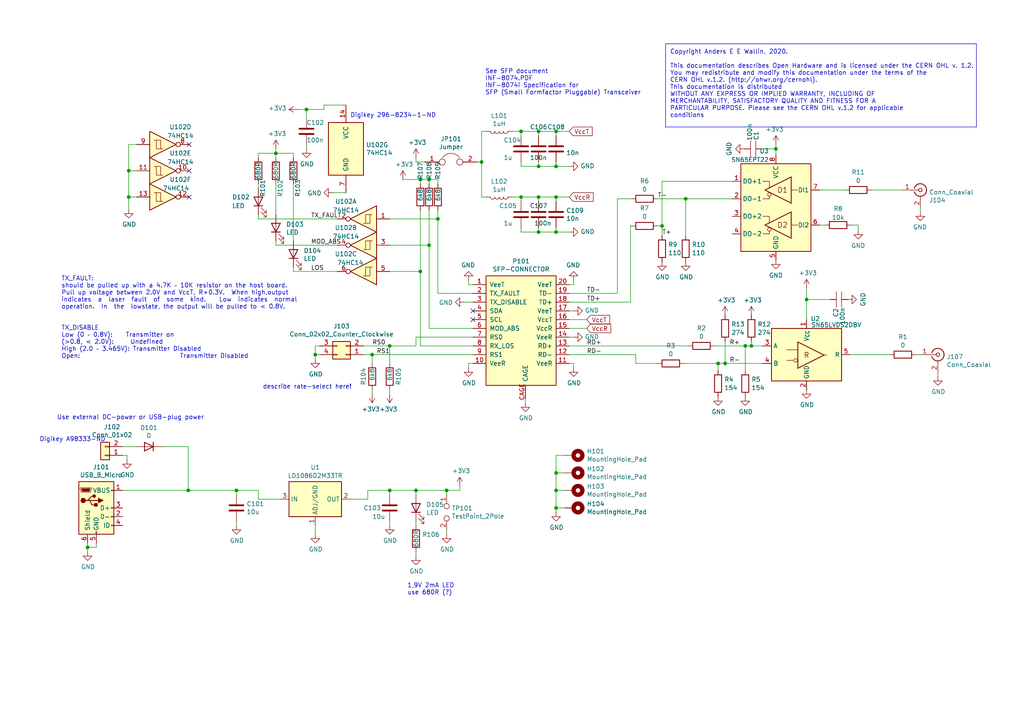
<source format=kicad_sch>
(kicad_sch (version 20231120) (generator "eeschema") (generator_version "8.0")
  (paper "A4")
  (title_block (title "SFP Breakout Board") (rev "2018.11") (company "Anders.e.e.Wallin \"at\" gmail.com") (comment 1 "1st PCB-run 2018-11-25"))
  (lib_symbols
    (symbol "74xx:74HC14" (pin_names (offset 1.016))
      (property "Reference" "U" (at 0 1.27 0))
      (property "Value" "74HC14" (at 0 -1.27 0))
      (symbol "74HC14_1_0"
        (pin input line (at -7.62 0 0) (length 3.81) (name "~") (number "1"))
        (pin output inverted (at 7.62 0 180) (length 3.81) (name "~") (number "2"))
      )
      (symbol "74HC14_2_0"
        (pin input line (at -7.62 0 0) (length 3.81) (name "~") (number "3"))
        (pin output inverted (at 7.62 0 180) (length 3.81) (name "~") (number "4"))
      )
      (symbol "74HC14_3_0"
        (pin input line (at -7.62 0 0) (length 3.81) (name "~") (number "5"))
        (pin output inverted (at 7.62 0 180) (length 3.81) (name "~") (number "6"))
      )
      (symbol "74HC14_4_0"
        (pin output inverted (at 7.62 0 180) (length 3.81) (name "~") (number "8"))
        (pin input line (at -7.62 0 0) (length 3.81) (name "~") (number "9"))
      )
      (symbol "74HC14_5_0"
        (pin output inverted (at 7.62 0 180) (length 3.81) (name "~") (number "10"))
        (pin input line (at -7.62 0 0) (length 3.81) (name "~") (number "11"))
      )
      (symbol "74HC14_6_0"
        (pin output inverted (at 7.62 0 180) (length 3.81) (name "~") (number "12"))
        (pin input line (at -7.62 0 0) (length 3.81) (name "~") (number "13"))
      )
      (symbol "74HC14_7_0"
        (pin power_in line (at 0 12.7 270) (length 5.08) (name "VCC") (number "14"))
        (pin power_in line (at 0 -12.7 90) (length 5.08) (name "GND") (number "7"))
      )
    )
    (symbol "Connector:Conn_Coaxial" (pin_names (offset 1.016) hide)
      (property "Reference" "J" (at 0.254 3.048 0))
      (property "Value" "Conn_Coaxial" (at 2.921 0 90))
      (symbol "Conn_Coaxial_1_1"
        (pin passive line (at -5.08 0 0) (length 2.54) (name "In") (number "1"))
        (pin passive line (at 0 -5.08 90) (length 2.54) (name "Ext") (number "2"))
      )
    )
    (symbol "Connector:TestPoint_2Pole" (pin_names (offset 0.762) hide)
      (property "Reference" "TP" (at 0 1.524 0))
      (property "Value" "TestPoint_2Pole" (at 0 -1.778 0))
      (symbol "TestPoint_2Pole_0_1"
        (pin passive line (at -5.08 0 0) (length 2.54) (name "1") (number "1"))
        (pin passive line (at 5.08 0 180) (length 2.54) (name "2") (number "2"))
      )
    )
    (symbol "Connector_Generic:Conn_01x02" (pin_names (offset 1.016) hide)
      (property "Reference" "J" (at 0 2.54 0))
      (property "Value" "Conn_01x02" (at 0 -5.08 0))
      (symbol "Conn_01x02_1_1"
        (pin passive line (at -5.08 0 0) (length 3.81) (name "Pin_1") (number "1"))
        (pin passive line (at -5.08 -2.54 0) (length 3.81) (name "Pin_2") (number "2"))
      )
    )
    (symbol "Connector_Generic:Conn_02x02_Counter_Clockwise" (pin_names (offset 1.016) hide)
      (property "Reference" "J" (at 1.27 2.54 0))
      (property "Value" "Conn_02x02_Counter_Clockwise" (at 1.27 -5.08 0))
      (symbol "Conn_02x02_Counter_Clockwise_1_1"
        (pin passive line (at -5.08 0 0) (length 3.81) (name "Pin_1") (number "1"))
        (pin passive line (at -5.08 -2.54 0) (length 3.81) (name "Pin_2") (number "2"))
        (pin passive line (at 7.62 -2.54 180) (length 3.81) (name "Pin_3") (number "3"))
        (pin passive line (at 7.62 0 180) (length 3.81) (name "Pin_4") (number "4"))
      )
    )
    (symbol "Device:C" (pin_numbers hide) (pin_names (offset 0.254))
      (property "Reference" "C" (at 0.635 2.54 0))
      (property "Value" "C" (at 0.635 -2.54 0))
      (symbol "C_1_1"
        (pin passive line (at 0 3.81 270) (length 2.794) (name "~") (number "1"))
        (pin passive line (at 0 -3.81 90) (length 2.794) (name "~") (number "2"))
      )
    )
    (symbol "Device:D" (pin_numbers hide) (pin_names (offset 1.016) hide)
      (property "Reference" "D" (at 0 2.54 0))
      (property "Value" "D" (at 0 -2.54 0))
      (symbol "D_1_1"
        (pin passive line (at -3.81 0 0) (length 2.54) (name "K") (number "1"))
        (pin passive line (at 3.81 0 180) (length 2.54) (name "A") (number "2"))
      )
    )
    (symbol "Device:L" (pin_numbers hide) (pin_names (offset 1.016) hide)
      (property "Reference" "L" (at -1.27 0 90))
      (property "Value" "L" (at 1.905 0 90))
      (symbol "L_1_1"
        (pin passive line (at 0 3.81 270) (length 1.27) (name "1") (number "1"))
        (pin passive line (at 0 -3.81 90) (length 1.27) (name "2") (number "2"))
      )
    )
    (symbol "Device:LED" (pin_numbers hide) (pin_names (offset 1.016) hide)
      (property "Reference" "D" (at 0 2.54 0))
      (property "Value" "LED" (at 0 -2.54 0))
      (symbol "LED_1_1"
        (pin passive line (at -3.81 0 0) (length 2.54) (name "K") (number "1"))
        (pin passive line (at 3.81 0 180) (length 2.54) (name "A") (number "2"))
      )
    )
    (symbol "Device:R" (pin_numbers hide) (pin_names (offset 0))
      (property "Reference" "R" (at 2.032 0 90))
      (property "Value" "R" (at 0 0 90))
      (symbol "R_1_1"
        (pin passive line (at 0 3.81 270) (length 1.27) (name "~") (number "1"))
        (pin passive line (at 0 -3.81 90) (length 1.27) (name "~") (number "2"))
      )
    )
    (symbol "EBAZ_DAC-rescue:C-Si5351ABreakout-rescue" (pin_numbers hide) (pin_names (offset 0))
      (property "Reference" "C" (at 3.81 0.889 0))
      (property "Value" "C-Si5351ABreakout-rescue" (at 3.81 -1.016 0))
      (symbol "C-Si5351ABreakout-rescue_1_1"
        (pin passive line (at 0 2.54 270) (length 1.778) (name "~") (number "1"))
        (pin passive line (at 0 -2.54 90) (length 1.778) (name "~") (number "2"))
      )
    )
    (symbol "Interface:SN65LVDS2DBV"
      (property "Reference" "U" (at -8.89 8.89 0))
      (property "Value" "SN65LVDS2DBV" (at 1.27 8.89 0))
      (symbol "SN65LVDS2DBV_1_0"
        (text "R" (at 0 -0.127 0) (effects (font (size 1.524 1.524))))
      )
      (symbol "SN65LVDS2DBV_1_1"
        (pin power_in line (at 0 10.16 270) (length 2.54) (name "V_{CC}") (number "1"))
        (pin power_in line (at 0 -10.16 90) (length 2.54) (name "GND") (number "2"))
        (pin input line (at -12.7 2.54 0) (length 2.54) (name "A") (number "3"))
        (pin input line (at -12.7 -2.54 0) (length 2.54) (name "B") (number "4"))
        (pin output line (at 12.7 0 180) (length 2.54) (name "R") (number "5"))
      )
    )
    (symbol "Mechanical:MountingHole_Pad" (pin_numbers hide) (pin_names (offset 1.016) hide)
      (property "Reference" "H" (at 0 6.35 0))
      (property "Value" "MountingHole_Pad" (at 0 4.445 0))
      (symbol "MountingHole_Pad_1_1"
        (pin input line (at 0 -2.54 90) (length 2.54) (name "1") (number "1"))
      )
    )
    (symbol "Regulator_Linear:LD1086D2M33TR"
      (property "Reference" "U" (at 0 10.16 0))
      (property "Value" "LD1086D2M33TR" (at 0 7.62 0))
      (symbol "LD1086D2M33TR_1_1"
        (pin input line (at 0 -7.62 90) (length 2.54) (name "ADJ/GND") (number "1"))
        (pin power_out line (at 10.16 0 180) (length 2.54) (name "OUT") (number "2"))
        (pin power_in line (at -10.16 0 0) (length 2.54) (name "IN") (number "3"))
      )
    )
    (symbol "SFP_breakout-rescue:Jumper-Device" (pin_names (offset 0.762) hide)
      (property "Reference" "JP" (at 0 3.81 0))
      (property "Value" "Jumper-Device" (at 0 -2.032 0))
      (symbol "Jumper-Device_0_1"
        (pin passive line (at -7.62 0 0) (length 4.191) (name "1") (number "1"))
        (pin passive line (at 7.62 0 180) (length 4.191) (name "2") (number "2"))
      )
    )
    (symbol "SFP_breakout-rescue:SFP-CONNECTOR-awallin" (pin_names (offset 1.016))
      (property "Reference" "P" (at 0 27.94 0))
      (property "Value" "SFP-CONNECTOR-awallin" (at 10.16 -7.62 0))
      (symbol "SFP-CONNECTOR-awallin_1_1"
        (pin power_in line (at -15.24 22.86 0) (length 3.81) (name "VeeT") (number "1"))
        (pin power_in line (at -15.24 0 0) (length 3.81) (name "VeeR") (number "10"))
        (pin power_in line (at 12.7 0 180) (length 3.81) (name "VeeR") (number "11"))
        (pin output line (at 12.7 2.54 180) (length 3.81) (name "RD-") (number "12"))
        (pin output line (at 12.7 5.08 180) (length 3.81) (name "RD+") (number "13"))
        (pin power_in line (at 12.7 7.62 180) (length 3.81) (name "VeeR") (number "14"))
        (pin power_in line (at 12.7 10.16 180) (length 3.81) (name "VccR") (number "15"))
        (pin power_in line (at 12.7 12.7 180) (length 3.81) (name "VccT") (number "16"))
        (pin power_in line (at 12.7 15.24 180) (length 3.81) (name "VeeT") (number "17"))
        (pin input line (at 12.7 17.78 180) (length 3.81) (name "TD+") (number "18"))
        (pin input line (at 12.7 20.32 180) (length 3.81) (name "TD-") (number "19"))
        (pin output line (at -15.24 20.32 0) (length 3.81) (name "TX_FAULT") (number "2"))
        (pin power_in line (at 12.7 22.86 180) (length 3.81) (name "VeeT") (number "20"))
        (pin input line (at -15.24 17.78 0) (length 3.81) (name "TX_DISABLE") (number "3"))
        (pin bidirectional line (at -15.24 15.24 0) (length 3.81) (name "SDA") (number "4"))
        (pin bidirectional line (at -15.24 12.7 0) (length 3.81) (name "SCL") (number "5"))
        (pin passive line (at -15.24 10.16 0) (length 3.81) (name "MOD_ABS") (number "6"))
        (pin input line (at -15.24 7.62 0) (length 3.81) (name "RS0") (number "7"))
        (pin output line (at -15.24 5.08 0) (length 3.81) (name "RX_LOS") (number "8"))
        (pin input line (at -15.24 2.54 0) (length 3.81) (name "RS1") (number "9"))
        (pin power_in line (at 0 -10.16 90) (length 3.81) (name "CAGE") (number "CAGE"))
      )
    )
    (symbol "SFP_breakout-rescue:USB_B_Micro-Connector" (pin_names (offset 1.016))
      (property "Reference" "J" (at -5.08 11.43 0))
      (property "Value" "USB_B_Micro-Connector" (at -5.08 8.89 0))
      (symbol "USB_B_Micro-Connector_1_1"
        (pin power_out line (at 7.62 5.08 180) (length 2.54) (name "VBUS") (number "1"))
        (pin passive line (at 7.62 -2.54 180) (length 2.54) (name "D-") (number "2"))
        (pin passive line (at 7.62 0 180) (length 2.54) (name "D+") (number "3"))
        (pin passive line (at 7.62 -5.08 180) (length 2.54) (name "ID") (number "4"))
        (pin power_out line (at 0 -10.16 90) (length 2.54) (name "GND") (number "5"))
        (pin passive line (at -2.54 -10.16 90) (length 2.54) (name "Shield") (number "6"))
      )
    )
    (symbol "adrf:SN65EPT22"
      (property "Reference" "U" (at -10.16 13.97 0))
      (property "Value" "SN65EPT22" (at 1.27 13.97 0))
      (symbol "SN65EPT22_1_0"
        (text "D1" (at -1.905 5.08 0) (effects (font (size 1.524 1.524))))
        (text "D2" (at -1.905 -5.08 0) (effects (font (size 1.524 1.524))))
      )
      (symbol "SN65EPT22_1_1"
        (pin output line (at 12.7 7.62 180) (length 2.54) (name "DO+1") (number "1"))
        (pin output line (at 12.7 2.54 180) (length 2.54) (name "DO-1") (number "2"))
        (pin output line (at 12.7 -2.54 180) (length 2.54) (name "DO+2") (number "3"))
        (pin output line (at 12.7 -7.62 180) (length 2.54) (name "DO-2") (number "4"))
        (pin power_in line (at 0 -15.24 90) (length 2.54) (name "GND") (number "5"))
        (pin input line (at -12.7 -5.08 0) (length 2.54) (name "DI2") (number "6"))
        (pin input line (at -12.7 5.08 0) (length 2.54) (name "DI1") (number "7"))
        (pin power_in line (at 0 15.24 270) (length 2.54) (name "VCC") (number "8"))
      )
    )
    (symbol "power:+3V3" (power) (pin_names (offset 0))
      (property "Value" "+3V3" (at 0 3.556 0))
      (symbol "+3V3_1_1"
        (pin power_in line (at 0 0 90) (length 0) hide (name "+3V3") (number "1"))
      )
    )
    (symbol "power:GND" (power) (pin_names (offset 0))
      (property "Value" "GND" (at 0 -3.81 0))
      (symbol "GND_1_1"
        (pin power_in line (at 0 0 270) (length 0) hide (name "GND") (number "1"))
      )
    )
  )
  (junction (at 127 63.5))
  (junction (at 151.13 38.1))
  (junction (at 37.338 57.15))
  (junction (at 233.934 86.868))
  (junction (at 161.29 137.16))
  (junction (at 25.4 158.75))
  (junction (at 156.21 57.15))
  (junction (at 113.03 100.33))
  (junction (at 156.21 48.26))
  (junction (at 161.29 67.31))
  (junction (at 124.46 52.07))
  (junction (at 161.29 38.1))
  (junction (at 120.65 142.24))
  (junction (at 68.58 142.24))
  (junction (at 216.154 100.33))
  (junction (at 129.54 142.24))
  (junction (at 121.92 52.07))
  (junction (at 151.13 57.15))
  (junction (at 80.01 44.45))
  (junction (at 210.312 105.41))
  (junction (at 217.932 100.33))
  (junction (at 121.92 78.74))
  (junction (at 225.044 43.18))
  (junction (at 124.46 71.12))
  (junction (at 161.29 57.15))
  (junction (at 192.024 65.532))
  (junction (at 88.9 31.75))
  (junction (at 91.44 102.87))
  (junction (at 37.338 49.53))
  (junction (at 198.882 57.658))
  (junction (at 107.95 102.87))
  (junction (at 139.7 46.99))
  (junction (at 113.03 142.24))
  (junction (at 161.29 48.26))
  (junction (at 161.29 147.32))
  (junction (at 161.29 142.24))
  (junction (at 208.28 105.41))
  (junction (at 156.21 67.31))
  (junction (at 156.21 38.1))
  (junction (at 54.61 142.24))
  (no_connect (at 137.16 90.17))
  (no_connect (at 137.16 92.71))
  (no_connect (at 54.864 41.91))
  (no_connect (at 54.864 49.53))
  (no_connect (at 54.864 57.15))
  (wire (pts (xy 135.89 105.41) (xy 135.89 106.68)))
  (polyline (pts (xy 283.21 36.83) (xy 193.04 36.83)))
  (wire (pts (xy 91.44 100.33) (xy 91.44 102.87)))
  (wire (pts (xy 37.338 57.15) (xy 39.624 57.15)))
  (wire (pts (xy 208.28 105.41) (xy 210.312 105.41)))
  (wire (pts (xy 210.312 105.41) (xy 221.234 105.41)))
  (wire (pts (xy 80.01 44.45) (xy 74.93 44.45)))
  (wire (pts (xy 190.754 57.658) (xy 198.882 57.658)))
  (wire (pts (xy 139.7 46.99) (xy 139.7 57.15)))
  (wire (pts (xy 182.88 65.532) (xy 182.88 87.63)))
  (wire (pts (xy 35.56 129.54) (xy 39.37 129.54)))
  (wire (pts (xy 92.71 100.33) (xy 91.44 100.33)))
  (polyline (pts (xy 193.04 36.83) (xy 193.04 12.7)))
  (wire (pts (xy 161.29 137.16) (xy 161.29 142.24)))
  (wire (pts (xy 151.13 57.15) (xy 156.21 57.15)))
  (wire (pts (xy 156.21 48.26) (xy 156.21 46.99)))
  (wire (pts (xy 163.83 137.16) (xy 161.29 137.16)))
  (wire (pts (xy 183.134 57.658) (xy 179.07 57.658)))
  (wire (pts (xy 156.21 48.26) (xy 151.13 48.26)))
  (wire (pts (xy 120.65 152.4) (xy 120.65 151.13)))
  (wire (pts (xy 129.54 142.24) (xy 133.35 142.24)))
  (wire (pts (xy 81.28 144.78) (xy 74.93 144.78)))
  (wire (pts (xy 252.73 55.118) (xy 261.874 55.118)))
  (wire (pts (xy 68.58 142.24) (xy 54.61 142.24)))
  (wire (pts (xy 151.13 58.42) (xy 151.13 57.15)))
  (wire (pts (xy 239.268 65.278) (xy 237.744 65.278)))
  (wire (pts (xy 161.29 147.32) (xy 161.29 148.59)))
  (wire (pts (xy 179.07 85.09) (xy 165.1 85.09)))
  (wire (pts (xy 37.338 57.15) (xy 37.338 60.706)))
  (wire (pts (xy 246.634 102.87) (xy 258.064 102.87)))
  (wire (pts (xy 129.54 154.94) (xy 129.54 153.67)))
  (wire (pts (xy 37.338 49.53) (xy 39.624 49.53)))
  (wire (pts (xy 124.46 53.34) (xy 124.46 52.07)))
  (wire (pts (xy 161.29 38.1) (xy 165.1 38.1)))
  (wire (pts (xy 192.024 65.532) (xy 192.024 68.326)))
  (wire (pts (xy 161.29 48.26) (xy 156.21 48.26)))
  (wire (pts (xy 37.338 49.53) (xy 37.338 57.15)))
  (wire (pts (xy 151.13 67.31) (xy 151.13 66.04)))
  (wire (pts (xy 165.1 48.26) (xy 161.29 48.26)))
  (wire (pts (xy 80.01 45.72) (xy 80.01 44.45)))
  (wire (pts (xy 208.28 105.41) (xy 208.28 107.442)))
  (wire (pts (xy 80.01 44.45) (xy 80.01 43.18)))
  (wire (pts (xy 198.374 105.41) (xy 208.28 105.41)))
  (wire (pts (xy 272.034 109.22) (xy 272.034 107.95)))
  (wire (pts (xy 74.93 142.24) (xy 68.58 142.24)))
  (wire (pts (xy 156.21 38.1) (xy 161.29 38.1)))
  (wire (pts (xy 156.21 67.31) (xy 151.13 67.31)))
  (wire (pts (xy 97.79 78.74) (xy 85.09 78.74)))
  (wire (pts (xy 127 63.5) (xy 113.03 63.5)))
  (wire (pts (xy 166.37 90.17) (xy 165.1 90.17)))
  (wire (pts (xy 137.16 82.55) (xy 135.89 82.55)))
  (wire (pts (xy 97.79 71.12) (xy 80.01 71.12)))
  (wire (pts (xy 85.09 78.74) (xy 85.09 77.47)))
  (wire (pts (xy 27.94 158.75) (xy 25.4 158.75)))
  (wire (pts (xy 233.934 86.868) (xy 233.934 92.71)))
  (wire (pts (xy 88.9 34.29) (xy 88.9 31.75)))
  (wire (pts (xy 85.09 69.85) (xy 85.09 53.34)))
  (wire (pts (xy 210.312 99.06) (xy 210.312 105.41)))
  (wire (pts (xy 165.1 82.55) (xy 166.37 82.55)))
  (wire (pts (xy 129.54 143.51) (xy 129.54 142.24)))
  (wire (pts (xy 105.41 100.33) (xy 113.03 100.33)))
  (wire (pts (xy 184.404 105.41) (xy 184.404 102.87)))
  (wire (pts (xy 139.7 38.1) (xy 139.7 46.99)))
  (wire (pts (xy 25.4 157.48) (xy 25.4 158.75)))
  (wire (pts (xy 135.89 82.55) (xy 135.89 81.28)))
  (wire (pts (xy 113.03 100.33) (xy 120.65 100.33)))
  (wire (pts (xy 88.9 43.18) (xy 88.9 41.91)))
  (wire (pts (xy 100.33 30.48) (xy 93.98 30.48)))
  (wire (pts (xy 120.65 142.24) (xy 129.54 142.24)))
  (wire (pts (xy 80.01 71.12) (xy 80.01 69.85)))
  (wire (pts (xy 127 85.09) (xy 127 63.5)))
  (wire (pts (xy 124.46 71.12) (xy 113.03 71.12)))
  (wire (pts (xy 91.44 152.4) (xy 91.44 154.94)))
  (wire (pts (xy 265.684 102.87) (xy 266.954 102.87)))
  (wire (pts (xy 216.154 100.33) (xy 216.154 107.442)))
  (wire (pts (xy 54.61 142.24) (xy 35.56 142.24)))
  (wire (pts (xy 245.11 55.118) (xy 237.744 55.118)))
  (wire (pts (xy 161.29 67.31) (xy 156.21 67.31)))
  (wire (pts (xy 137.16 97.79) (xy 120.65 97.79)))
  (wire (pts (xy 100.33 55.88) (xy 96.52 55.88)))
  (wire (pts (xy 35.56 132.08) (xy 36.83 132.08)))
  (wire (pts (xy 101.6 144.78) (xy 106.68 144.78)))
  (wire (pts (xy 165.1 67.31) (xy 161.29 67.31)))
  (wire (pts (xy 156.21 39.37) (xy 156.21 38.1)))
  (wire (pts (xy 166.37 82.55) (xy 166.37 81.28)))
  (wire (pts (xy 156.21 57.15) (xy 161.29 57.15)))
  (wire (pts (xy 74.93 144.78) (xy 74.93 142.24)))
  (wire (pts (xy 148.59 57.15) (xy 151.13 57.15)))
  (wire (pts (xy 113.03 152.4) (xy 113.03 151.13)))
  (wire (pts (xy 165.1 100.33) (xy 199.644 100.33)))
  (wire (pts (xy 248.92 66.802) (xy 248.92 65.278)))
  (wire (pts (xy 120.65 161.29) (xy 120.65 160.02)))
  (wire (pts (xy 165.1 105.41) (xy 166.37 105.41)))
  (polyline (pts (xy 193.04 12.7) (xy 283.21 12.7)))
  (wire (pts (xy 137.16 105.41) (xy 135.89 105.41)))
  (wire (pts (xy 124.46 52.07) (xy 121.92 52.07)))
  (wire (pts (xy 217.932 99.06) (xy 217.932 100.33)))
  (wire (pts (xy 91.44 102.87) (xy 91.44 104.14)))
  (wire (pts (xy 182.88 87.63) (xy 165.1 87.63)))
  (wire (pts (xy 107.95 102.87) (xy 137.16 102.87)))
  (wire (pts (xy 121.92 78.74) (xy 113.03 78.74)))
  (wire (pts (xy 93.98 31.75) (xy 88.9 31.75)))
  (wire (pts (xy 25.4 158.75) (xy 25.4 160.02)))
  (wire (pts (xy 68.58 143.51) (xy 68.58 142.24)))
  (wire (pts (xy 74.93 54.61) (xy 74.93 53.34)))
  (wire (pts (xy 163.83 132.08) (xy 161.29 132.08)))
  (wire (pts (xy 156.21 67.31) (xy 156.21 66.04)))
  (wire (pts (xy 121.92 53.34) (xy 121.92 52.07)))
  (wire (pts (xy 198.882 57.658) (xy 212.344 57.658)))
  (wire (pts (xy 137.16 95.25) (xy 124.46 95.25)))
  (wire (pts (xy 192.024 65.532) (xy 192.024 52.578)))
  (wire (pts (xy 139.7 46.99) (xy 138.43 46.99)))
  (wire (pts (xy 113.03 114.3) (xy 113.03 113.03)))
  (wire (pts (xy 166.37 105.41) (xy 166.37 106.68)))
  (wire (pts (xy 163.83 142.24) (xy 161.29 142.24)))
  (wire (pts (xy 106.68 142.24) (xy 113.03 142.24)))
  (wire (pts (xy 121.92 100.33) (xy 121.92 78.74)))
  (wire (pts (xy 225.044 41.91) (xy 225.044 43.18)))
  (wire (pts (xy 80.01 62.23) (xy 80.01 53.34)))
  (wire (pts (xy 148.59 38.1) (xy 151.13 38.1)))
  (polyline (pts (xy 283.21 12.7) (xy 283.21 36.83)))
  (wire (pts (xy 161.29 67.31) (xy 161.29 66.04)))
  (wire (pts (xy 46.99 129.54) (xy 54.61 129.54)))
  (wire (pts (xy 170.18 92.71) (xy 165.1 92.71)))
  (wire (pts (xy 137.16 85.09) (xy 127 85.09)))
  (wire (pts (xy 198.882 68.326) (xy 198.882 57.658)))
  (wire (pts (xy 152.4 116.84) (xy 152.4 115.57)))
  (wire (pts (xy 182.88 65.532) (xy 183.134 65.532)))
  (wire (pts (xy 216.154 100.33) (xy 217.932 100.33)))
  (wire (pts (xy 68.58 152.4) (xy 68.58 151.13)))
  (wire (pts (xy 105.41 102.87) (xy 107.95 102.87)))
  (wire (pts (xy 266.954 60.198) (xy 266.954 61.468)))
  (wire (pts (xy 113.03 142.24) (xy 120.65 142.24)))
  (wire (pts (xy 124.46 60.96) (xy 124.46 71.12)))
  (wire (pts (xy 190.754 65.532) (xy 192.024 65.532)))
  (wire (pts (xy 113.03 143.51) (xy 113.03 142.24)))
  (wire (pts (xy 163.83 147.32) (xy 161.29 147.32)))
  (wire (pts (xy 107.95 114.3) (xy 107.95 113.03)))
  (wire (pts (xy 121.92 60.96) (xy 121.92 78.74)))
  (wire (pts (xy 161.29 142.24) (xy 161.29 147.32)))
  (wire (pts (xy 233.934 86.868) (xy 240.792 86.868)))
  (wire (pts (xy 121.92 52.07) (xy 116.84 52.07)))
  (wire (pts (xy 120.65 143.51) (xy 120.65 142.24)))
  (wire (pts (xy 27.94 157.48) (xy 27.94 158.75)))
  (wire (pts (xy 74.93 44.45) (xy 74.93 45.72)))
  (wire (pts (xy 113.03 105.41) (xy 113.03 100.33)))
  (wire (pts (xy 161.29 57.15) (xy 165.1 57.15)))
  (wire (pts (xy 192.024 52.578) (xy 212.344 52.578)))
  (wire (pts (xy 140.97 38.1) (xy 139.7 38.1)))
  (wire (pts (xy 248.92 65.278) (xy 246.888 65.278)))
  (wire (pts (xy 217.932 100.33) (xy 221.234 100.33)))
  (wire (pts (xy 161.29 48.26) (xy 161.29 46.99)))
  (wire (pts (xy 92.71 102.87) (xy 91.44 102.87)))
  (wire (pts (xy 140.97 57.15) (xy 139.7 57.15)))
  (wire (pts (xy 120.65 46.99) (xy 120.65 45.72)))
  (wire (pts (xy 97.79 63.5) (xy 74.93 63.5)))
  (wire (pts (xy 137.16 100.33) (xy 121.92 100.33)))
  (wire (pts (xy 37.338 41.91) (xy 39.624 41.91)))
  (wire (pts (xy 225.044 43.18) (xy 220.98 43.18)))
  (wire (pts (xy 37.338 41.91) (xy 37.338 49.53)))
  (wire (pts (xy 179.07 57.658) (xy 179.07 85.09)))
  (wire (pts (xy 184.404 105.41) (xy 190.754 105.41)))
  (wire (pts (xy 85.09 45.72) (xy 85.09 44.45)))
  (wire (pts (xy 161.29 39.37) (xy 161.29 38.1)))
  (wire (pts (xy 166.37 97.79) (xy 165.1 97.79)))
  (wire (pts (xy 74.93 63.5) (xy 74.93 62.23)))
  (wire (pts (xy 85.09 44.45) (xy 80.01 44.45)))
  (wire (pts (xy 124.46 95.25) (xy 124.46 71.12)))
  (wire (pts (xy 107.95 105.41) (xy 107.95 102.87)))
  (wire (pts (xy 88.9 31.75) (xy 86.36 31.75)))
  (wire (pts (xy 161.29 132.08) (xy 161.29 137.16)))
  (wire (pts (xy 127 52.07) (xy 124.46 52.07)))
  (wire (pts (xy 233.934 83.566) (xy 233.934 86.868)))
  (wire (pts (xy 127 60.96) (xy 127 63.5)))
  (wire (pts (xy 133.35 142.24) (xy 133.35 140.97)))
  (wire (pts (xy 151.13 39.37) (xy 151.13 38.1)))
  (wire (pts (xy 225.044 43.18) (xy 225.044 44.958)))
  (wire (pts (xy 170.18 95.25) (xy 165.1 95.25)))
  (wire (pts (xy 207.264 100.33) (xy 216.154 100.33)))
  (wire (pts (xy 137.16 87.63) (xy 134.62 87.63)))
  (wire (pts (xy 161.29 58.42) (xy 161.29 57.15)))
  (wire (pts (xy 54.61 129.54) (xy 54.61 142.24)))
  (wire (pts (xy 127 52.07) (xy 127 53.34)))
  (wire (pts (xy 184.404 102.87) (xy 165.1 102.87)))
  (wire (pts (xy 123.19 46.99) (xy 120.65 46.99)))
  (wire (pts (xy 93.98 30.48) (xy 93.98 31.75)))
  (wire (pts (xy 120.65 100.33) (xy 120.65 97.79)))
  (wire (pts (xy 156.21 58.42) (xy 156.21 57.15)))
  (wire (pts (xy 151.13 48.26) (xy 151.13 46.99)))
  (wire (pts (xy 106.68 144.78) (xy 106.68 142.24)))
  (wire (pts (xy 36.83 132.08) (xy 36.83 133.35)))
  (wire (pts (xy 151.13 38.1) (xy 156.21 38.1)))
  (text "Digikey 296-8234-1-ND\n" (at 101.6 34.29 0) (effects (font (size 1.27 1.27)) (justify left bottom)))
  (text "1,9V 2mA LED\nuse 680R (?)" (at 118.11 172.72 0) (effects (font (size 1.27 1.27)) (justify left bottom)))
  (text "Digikey A98333-ND\n" (at 11.43 128.27 0) (effects (font (size 1.27 1.27)) (justify left bottom)))
  (text "describe rate-select here!" (at 76.2 113.03 0) (effects (font (size 1.27 1.27)) (justify left bottom)))
  (text "Copyright Anders E E Wallin, 2020.\n\nThis documentation describes Open Hardware and is licensed under the CERN OHL v. 1.2.\nYou may redistribute and modify this documentation under the terms of the \nCERN OHL v.1.2. (http://ohwr.org/cernohl). \nThis documentation is distributed\nWITHOUT ANY EXPRESS OR IMPLIED WARRANTY, INCLUDING OF\nMERCHANTABILITY, SATISFACTORY QUALITY AND FITNESS FOR A\nPARTICULAR PURPOSE. Please see the CERN OHL v.1.2 for applicable\nconditions" (at 194.31 34.29 0) (effects (font (size 1.27 1.27)) (justify left bottom)))
  (text "See SFP document\nINF-8074.PDF\nINF-8074i Specification for\nSFP (Small Formfactor Pluggable) Transceiver" (at 140.716 27.686 0) (effects (font (size 1.27 1.27)) (justify left bottom)))
  (text "TX_FAULT:\nshould be pulled up with a 4.7K – 10K resistor on the host board. \nPull up voltage between 2.0V and VccT, R+0.3V.  When high,output \nindicates  a  laser  fault  of  some  kind.    Low  indicates  normal \noperation.  In  the  lowstate, the output will be pulled to < 0.8V.\n\n\nTX_DISABLE\nLow (0 – 0.8V):    Transmitter on\n(>0.8, < 2.0V):     Undefined\nHigh (2.0 – 3.465V): Transmitter Disabled\nOpen:                              Transmitter Disabled" (at 17.78 104.14 0) (effects (font (size 1.27 1.27)) (justify left bottom)))
  (text "Use external DC-power or USB-plug power" (at 16.51 121.92 0) (effects (font (size 1.27 1.27)) (justify left bottom)))
  (label "TX_FAULT" (at 90.17 63.5 0))
  (label "RS1" (at 109.22 102.87 0))
  (label "R+" (at 211.582 100.33 0))
  (label "RS0" (at 107.95 100.33 0))
  (label "R-" (at 211.582 105.41 0))
  (label "MOD_ABS" (at 90.17 71.12 0))
  (label "T-" (at 190.754 57.658 0))
  (label "TD+" (at 170.18 87.63 0))
  (label "LOS" (at 90.17 78.74 0))
  (label "T+" (at 192.024 68.326 0))
  (label "RD-" (at 170.18 102.87 0))
  (label "RD+" (at 170.18 100.33 0))
  (label "TD-" (at 170.18 85.09 0))
  (global_label "VccR" (shape input) (at 165.1 57.15 0) (property "Intersheetrefs" "${INTERSHEET_REFS}" (effects (hide yes))))
  (global_label "VccT" (shape input) (at 170.18 92.71 0) (property "Intersheetrefs" "${INTERSHEET_REFS}" (effects (hide yes))))
  (global_label "VccT" (shape input) (at 165.1 38.1 0) (property "Intersheetrefs" "${INTERSHEET_REFS}" (effects (hide yes))))
  (global_label "VccR" (shape input) (at 170.18 95.25 0) (property "Intersheetrefs" "${INTERSHEET_REFS}" (effects (hide yes))))
  (symbol (lib_id "SFP_breakout-rescue:SFP-CONNECTOR-awallin") (at 152.4 105.41 0) (unit 1)
    (property "Reference" "P101" (at 151.13 75.7682 0))
    (property "Value" "SFP-CONNECTOR" (at 151.13 78.0796 0))
    (property "Footprint" "awallinKiCadFootprints:Connector_SFP_and_Cage" (effects (hide yes)))
  )
  (symbol (lib_id "power:GND") (at 152.4 116.84 0) (unit 1)
    (property "Reference" "#PWR0101" (effects (hide yes)))
    (property "Value" "GND" (at 152.527 121.2342 0))
  )
  (symbol (lib_id "SFP_breakout-rescue:USB_B_Micro-Connector") (at 27.94 147.32 0) (unit 1)
    (property "Reference" "J101" (at 29.337 135.4582 0))
    (property "Value" "USB_B_Micro" (at 29.337 137.7696 0))
    (property "Footprint" "Connector_USB:USB_Micro-B_Molex-105017-0001" (effects (hide yes)))
  )
  (symbol (lib_id "Connector_Generic:Conn_01x02") (at 30.48 132.08 180) (unit 1)
    (property "Reference" "J102" (at 32.512 123.825 0))
    (property "Value" "Conn_01x02" (at 32.512 126.1364 0))
    (property "Footprint" "TerminalBlock_TE-Connectivity:TerminalBlock_TE_282834-2_1x02_P2.54mm_Horizontal" (effects (hide yes)))
  )
  (symbol (lib_id "power:GND") (at 25.4 160.02 0) (unit 1)
    (property "Reference" "#PWR0102" (effects (hide yes)))
    (property "Value" "GND" (at 25.527 164.4142 0))
  )
  (symbol (lib_id "power:GND") (at 91.44 154.94 0) (unit 1)
    (property "Reference" "#PWR0103" (effects (hide yes)))
    (property "Value" "GND" (at 91.567 159.3342 0))
  )
  (symbol (lib_id "Device:C") (at 68.58 147.32 0) (unit 1)
    (property "Reference" "C101" (at 71.501 146.1516 0) (effects (justify left)))
    (property "Value" "10u" (at 71.501 148.463 0) (effects (justify left)))
    (property "Footprint" "Capacitor_SMD:C_0805_2012Metric" (effects (hide yes)))
  )
  (symbol (lib_id "power:GND") (at 68.58 152.4 0) (unit 1)
    (property "Reference" "#PWR0104" (effects (hide yes)))
    (property "Value" "GND" (at 68.707 156.7942 0))
  )
  (symbol (lib_id "power:GND") (at 36.83 133.35 0) (unit 1)
    (property "Reference" "#PWR0105" (effects (hide yes)))
    (property "Value" "GND" (at 36.957 137.7442 0))
  )
  (symbol (lib_id "Device:D") (at 43.18 129.54 180) (unit 1)
    (property "Reference" "D101" (at 43.18 124.0536 0))
    (property "Value" "D" (at 43.18 126.365 0))
    (property "Footprint" "awallinKiCadFootprints:DIODE_DO-214BA" (effects (hide yes)))
  )
  (symbol (lib_id "Device:C") (at 113.03 147.32 0) (unit 1)
    (property "Reference" "C103" (at 105.41 147.32 0) (effects (justify left)))
    (property "Value" "10u" (at 107.95 149.86 0) (effects (justify left)))
    (property "Footprint" "Capacitor_SMD:C_0805_2012Metric" (effects (hide yes)))
  )
  (symbol (lib_id "Device:LED") (at 120.65 147.32 90) (unit 1)
    (property "Reference" "D105" (at 123.6218 146.3548 90) (effects (justify right)))
    (property "Value" "LED" (at 123.6218 148.6662 90) (effects (justify right)))
    (property "Footprint" "LED_SMD:LED_0603_1608Metric" (effects (hide yes)))
  )
  (symbol (lib_id "Device:R") (at 120.65 156.21 0) (unit 1)
    (property "Reference" "R106" (at 122.428 155.0416 0) (effects (justify left)))
    (property "Value" "680R" (at 120.65 158.75 90) (effects (justify left)))
    (property "Footprint" "Resistor_SMD:R_0603_1608Metric" (effects (hide yes)))
  )
  (symbol (lib_id "power:GND") (at 120.65 161.29 0) (unit 1)
    (property "Reference" "#PWR0106" (effects (hide yes)))
    (property "Value" "GND" (at 120.777 165.6842 0))
  )
  (symbol (lib_id "power:+3V3") (at 133.35 140.97 0) (unit 1)
    (property "Reference" "#PWR0107" (effects (hide yes)))
    (property "Value" "+3V3" (at 133.731 136.5758 0))
  )
  (symbol (lib_id "Connector:TestPoint_2Pole") (at 129.54 148.59 270) (unit 1)
    (property "Reference" "TP101" (at 131.0132 147.4216 90) (effects (justify left)))
    (property "Value" "TestPoint_2Pole" (at 131.0132 149.733 90) (effects (justify left)))
    (property "Footprint" "Connector_PinHeader_2.54mm:PinHeader_1x02_P2.54mm_Vertical" (effects (hide yes)))
  )
  (symbol (lib_id "power:GND") (at 129.54 154.94 0) (unit 1)
    (property "Reference" "#PWR0108" (effects (hide yes)))
    (property "Value" "GND" (at 129.667 159.3342 0))
  )
  (symbol (lib_id "power:GND") (at 113.03 152.4 0) (unit 1)
    (property "Reference" "#PWR0109" (effects (hide yes)))
    (property "Value" "GND" (at 113.157 156.7942 0))
  )
  (symbol (lib_id "power:GND") (at 135.89 106.68 0) (unit 1)
    (property "Reference" "#PWR0110" (effects (hide yes)))
    (property "Value" "GND" (at 136.017 111.0742 0))
  )
  (symbol (lib_id "power:GND") (at 135.89 81.28 180) (unit 1)
    (property "Reference" "#PWR0111" (effects (hide yes)))
    (property "Value" "GND" (at 135.763 76.8858 0))
  )
  (symbol (lib_id "power:GND") (at 166.37 81.28 180) (unit 1)
    (property "Reference" "#PWR0112" (effects (hide yes)))
    (property "Value" "GND" (at 166.243 76.8858 0))
  )
  (symbol (lib_id "power:GND") (at 166.37 106.68 0) (unit 1)
    (property "Reference" "#PWR0113" (effects (hide yes)))
    (property "Value" "GND" (at 166.497 111.0742 0))
  )
  (symbol (lib_id "power:GND") (at 166.37 97.79 90) (unit 1)
    (property "Reference" "#PWR0114" (effects (hide yes)))
    (property "Value" "GND" (at 169.6212 97.663 90) (effects (justify right)))
  )
  (symbol (lib_id "power:GND") (at 166.37 90.17 90) (unit 1)
    (property "Reference" "#PWR0115" (effects (hide yes)))
    (property "Value" "GND" (at 169.6212 90.043 90) (effects (justify right)))
  )
  (symbol (lib_id "Connector:Conn_Coaxial") (at 266.954 55.118 0) (unit 1)
    (property "Reference" "J104" (at 269.4686 58.0644 0) (effects (justify left)))
    (property "Value" "Conn_Coaxial" (at 269.4686 55.753 0) (effects (justify left)))
    (property "Footprint" "Connector_Coaxial:SMA_Samtec_SMA-J-P-X-ST-EM1_EdgeMount" (effects (hide yes)))
    (property "Datasheet" " ~" (effects (hide yes)))
  )
  (symbol (lib_id "Connector:Conn_Coaxial") (at 272.034 102.87 0) (unit 1)
    (property "Reference" "J107" (at 274.5486 103.4796 0) (effects (justify left)))
    (property "Value" "Conn_Coaxial" (at 274.5486 105.791 0) (effects (justify left)))
    (property "Footprint" "Connector_Coaxial:SMA_Samtec_SMA-J-P-X-ST-EM1_EdgeMount" (effects (hide yes)))
    (property "Datasheet" " ~" (effects (hide yes)))
  )
  (symbol (lib_id "power:GND") (at 266.954 61.468 0) (mirror y) (unit 1)
    (property "Reference" "#PWR0117" (effects (hide yes)))
    (property "Value" "GND" (at 266.827 65.8622 0))
  )
  (symbol (lib_id "power:GND") (at 272.034 109.22 0) (unit 1)
    (property "Reference" "#PWR0118" (effects (hide yes)))
    (property "Value" "GND" (at 272.161 113.6142 0))
  )
  (symbol (lib_id "Device:C") (at 161.29 43.18 0) (unit 1)
    (property "Reference" "C108" (at 158.75 36.83 0) (effects (justify left)))
    (property "Value" "10n" (at 164.211 44.323 0) (effects (justify left)))
    (property "Footprint" "Capacitor_SMD:C_0603_1608Metric" (effects (hide yes)))
  )
  (symbol (lib_id "Device:C") (at 156.21 43.18 0) (unit 1)
    (property "Reference" "C106" (at 153.67 36.83 0) (effects (justify left)))
    (property "Value" "100n" (at 153.67 45.72 0) (effects (justify left)))
    (property "Footprint" "Capacitor_SMD:C_0603_1608Metric" (effects (hide yes)))
  )
  (symbol (lib_id "Device:C") (at 151.13 43.18 0) (unit 1)
    (property "Reference" "C104" (at 146.05 40.64 0) (effects (justify left)))
    (property "Value" "1u" (at 146.05 45.72 0) (effects (justify left)))
    (property "Footprint" "Capacitor_SMD:C_0603_1608Metric" (effects (hide yes)))
  )
  (symbol (lib_id "Device:L") (at 144.78 38.1 270) (unit 1)
    (property "Reference" "L101" (at 144.78 33.5788 90))
    (property "Value" "1uH" (at 144.78 35.8902 90))
    (property "Footprint" "Inductor_SMD:L_0805_2012Metric" (effects (hide yes)))
  )
  (symbol (lib_id "power:GND") (at 165.1 48.26 90) (unit 1)
    (property "Reference" "#PWR0119" (effects (hide yes)))
    (property "Value" "GND" (at 168.3512 48.133 90) (effects (justify right)))
  )
  (symbol (lib_id "power:+3V3") (at 120.65 45.72 0) (unit 1)
    (property "Reference" "#PWR0120" (effects (hide yes)))
    (property "Value" "+3V3" (at 121.031 41.3258 0))
  )
  (symbol (lib_id "Device:C") (at 161.29 62.23 0) (unit 1)
    (property "Reference" "C109" (at 164.211 61.0616 0) (effects (justify left)))
    (property "Value" "10n" (at 164.211 63.373 0) (effects (justify left)))
    (property "Footprint" "Capacitor_SMD:C_0603_1608Metric" (effects (hide yes)))
  )
  (symbol (lib_id "Device:C") (at 156.21 62.23 0) (unit 1)
    (property "Reference" "C107" (at 153.67 59.69 0) (effects (justify left)))
    (property "Value" "100n" (at 154.94 64.77 0) (effects (justify left)))
    (property "Footprint" "Capacitor_SMD:C_0603_1608Metric" (effects (hide yes)))
  )
  (symbol (lib_id "Device:C") (at 151.13 62.23 0) (unit 1)
    (property "Reference" "C105" (at 144.78 59.69 0) (effects (justify left)))
    (property "Value" "1u" (at 146.05 64.77 0) (effects (justify left)))
    (property "Footprint" "Capacitor_SMD:C_0603_1608Metric" (effects (hide yes)))
  )
  (symbol (lib_id "Device:L") (at 144.78 57.15 270) (unit 1)
    (property "Reference" "L102" (at 144.78 52.6288 90))
    (property "Value" "1uH" (at 144.78 54.9402 90))
    (property "Footprint" "Inductor_SMD:L_0805_2012Metric" (effects (hide yes)))
  )
  (symbol (lib_id "power:GND") (at 165.1 67.31 90) (unit 1)
    (property "Reference" "#PWR0121" (effects (hide yes)))
    (property "Value" "GND" (at 168.3512 67.183 90) (effects (justify right)))
  )
  (symbol (lib_id "Connector_Generic:Conn_02x02_Counter_Clockwise") (at 100.33 102.87 180) (unit 1)
    (property "Reference" "J103" (at 99.06 94.615 0))
    (property "Value" "Conn_02x02_Counter_Clockwise" (at 99.06 96.9264 0))
    (property "Footprint" "Connector_PinHeader_2.54mm:PinHeader_2x02_P2.54mm_Vertical" (effects (hide yes)))
  )
  (symbol (lib_id "power:GND") (at 91.44 104.14 0) (unit 1)
    (property "Reference" "#PWR0122" (effects (hide yes)))
    (property "Value" "GND" (at 91.567 108.5342 0))
  )
  (symbol (lib_id "Device:R") (at 107.95 109.22 0) (unit 1)
    (property "Reference" "R104" (at 105.41 111.76 90) (effects (justify left)))
    (property "Value" "6k8" (at 107.95 110.49 90) (effects (justify left)))
    (property "Footprint" "Resistor_SMD:R_0603_1608Metric" (effects (hide yes)))
  )
  (symbol (lib_id "Device:R") (at 113.03 109.22 0) (unit 1)
    (property "Reference" "R105" (at 115.57 111.76 90) (effects (justify left)))
    (property "Value" "6k8" (at 113.03 110.49 90) (effects (justify left)))
    (property "Footprint" "Resistor_SMD:R_0603_1608Metric" (effects (hide yes)))
  )
  (symbol (lib_id "power:+3V3") (at 113.03 114.3 180) (unit 1)
    (property "Reference" "#PWR0123" (effects (hide yes)))
    (property "Value" "+3V3" (at 112.649 118.6942 0))
  )
  (symbol (lib_id "power:+3V3") (at 107.95 114.3 180) (unit 1)
    (property "Reference" "#PWR0124" (effects (hide yes)))
    (property "Value" "+3V3" (at 107.569 118.6942 0))
  )
  (symbol (lib_id "power:GND") (at 134.62 87.63 270) (unit 1)
    (property "Reference" "#PWR0125" (effects (hide yes)))
    (property "Value" "GND" (at 131.3688 87.757 90) (effects (justify right)))
  )
  (symbol (lib_id "74xx:74HC14") (at 105.41 63.5 180) (unit 1)
    (property "Reference" "U102" (at 100.33 58.42 0))
    (property "Value" "74HC14" (at 100.33 60.96 0))
    (property "Footprint" "Package_SO:TSSOP-14_4.4x5mm_P0.65mm" (effects (hide yes)))
    (property "Datasheet" "http://www.ti.com/lit/gpn/sn74HC14" (effects (hide yes)))
  )
  (symbol (lib_id "74xx:74HC14") (at 105.41 71.12 180) (unit 2)
    (property "Reference" "U102" (at 100.33 66.04 0))
    (property "Value" "74HC14" (at 100.33 68.58 0))
    (property "Footprint" "Package_SO:TSSOP-14_4.4x5mm_P0.65mm" (effects (hide yes)))
    (property "Datasheet" "http://www.ti.com/lit/gpn/sn74HC14" (effects (hide yes)))
  )
  (symbol (lib_id "74xx:74HC14") (at 105.41 78.74 180) (unit 3)
    (property "Reference" "U102" (at 100.33 73.66 0))
    (property "Value" "74HC14" (at 101.6 76.2 0))
    (property "Footprint" "Package_SO:TSSOP-14_4.4x5mm_P0.65mm" (effects (hide yes)))
    (property "Datasheet" "http://www.ti.com/lit/gpn/sn74HC14" (effects (hide yes)))
  )
  (symbol (lib_id "74xx:74HC14") (at 100.33 43.18 0) (unit 7)
    (property "Reference" "U102" (at 106.172 42.0116 0) (effects (justify left)))
    (property "Value" "74HC14" (at 106.172 44.323 0) (effects (justify left)))
    (property "Footprint" "Package_SO:TSSOP-14_4.4x5mm_P0.65mm" (effects (hide yes)))
    (property "Datasheet" "http://www.ti.com/lit/gpn/sn74HC14" (effects (hide yes)))
  )
  (symbol (lib_id "power:+3V3") (at 86.36 31.75 90) (unit 1)
    (property "Reference" "#PWR0126" (effects (hide yes)))
    (property "Value" "+3V3" (at 83.1088 31.369 90) (effects (justify left)))
  )
  (symbol (lib_id "power:GND") (at 96.52 55.88 270) (unit 1)
    (property "Reference" "#PWR0127" (effects (hide yes)))
    (property "Value" "GND" (at 93.2688 56.007 90) (effects (justify right)))
  )
  (symbol (lib_id "Device:C") (at 88.9 38.1 0) (unit 1)
    (property "Reference" "C102" (at 88.9 35.56 0) (effects (justify left)))
    (property "Value" "100n" (at 88.9 40.64 0) (effects (justify left)))
    (property "Footprint" "Capacitor_SMD:C_0603_1608Metric" (effects (hide yes)))
  )
  (symbol (lib_id "power:GND") (at 88.9 43.18 0) (unit 1)
    (property "Reference" "#PWR0128" (effects (hide yes)))
    (property "Value" "GND" (at 89.027 47.5742 0))
  )
  (symbol (lib_id "Device:LED") (at 74.93 58.42 90) (unit 1)
    (property "Reference" "D102" (at 67.31 57.15 90) (effects (justify right)))
    (property "Value" "LED" (at 67.31 59.69 90) (effects (justify right)))
    (property "Footprint" "LED_SMD:LED_0603_1608Metric" (effects (hide yes)))
  )
  (symbol (lib_id "Device:LED") (at 80.01 66.04 90) (unit 1)
    (property "Reference" "D103" (at 82.9818 65.0748 90) (effects (justify right)))
    (property "Value" "LED" (at 82.9818 67.3862 90) (effects (justify right)))
    (property "Footprint" "LED_SMD:LED_0603_1608Metric" (effects (hide yes)))
  )
  (symbol (lib_id "Device:LED") (at 85.09 73.66 90) (unit 1)
    (property "Reference" "D104" (at 88.0618 72.6948 90) (effects (justify right)))
    (property "Value" "LED" (at 88.0618 75.0062 90) (effects (justify right)))
    (property "Footprint" "LED_SMD:LED_0603_1608Metric" (effects (hide yes)))
  )
  (symbol (lib_id "Device:R") (at 74.93 49.53 0) (unit 1)
    (property "Reference" "R101" (at 76.2 57.15 90) (effects (justify left)))
    (property "Value" "680R" (at 74.93 52.07 90) (effects (justify left)))
    (property "Footprint" "Resistor_SMD:R_0603_1608Metric" (effects (hide yes)))
  )
  (symbol (lib_id "Device:R") (at 80.01 49.53 0) (unit 1)
    (property "Reference" "R102" (at 81.28 57.15 90) (effects (justify left)))
    (property "Value" "680R" (at 80.01 52.07 90) (effects (justify left)))
    (property "Footprint" "Resistor_SMD:R_0603_1608Metric" (effects (hide yes)))
  )
  (symbol (lib_id "Device:R") (at 85.09 49.53 0) (unit 1)
    (property "Reference" "R103" (at 86.36 57.15 90) (effects (justify left)))
    (property "Value" "680R" (at 85.09 52.07 90) (effects (justify left)))
    (property "Footprint" "Resistor_SMD:R_0603_1608Metric" (effects (hide yes)))
  )
  (symbol (lib_id "power:+3V3") (at 80.01 43.18 0) (unit 1)
    (property "Reference" "#PWR0129" (effects (hide yes)))
    (property "Value" "+3V3" (at 80.391 38.7858 0))
  )
  (symbol (lib_id "SFP_breakout-rescue:Jumper-Device") (at 130.81 46.99 0) (unit 1)
    (property "Reference" "JP101" (at 130.81 40.2844 0))
    (property "Value" "Jumper" (at 130.81 42.5958 0))
    (property "Footprint" "Connector_PinHeader_2.54mm:PinHeader_1x02_P2.54mm_Vertical" (effects (hide yes)))
  )
  (symbol (lib_id "Mechanical:MountingHole_Pad") (at 166.37 132.08 270) (unit 1)
    (property "Reference" "H101" (at 170.18 130.9116 90) (effects (justify left)))
    (property "Value" "MountingHole_Pad" (at 170.18 133.223 90) (effects (justify left)))
    (property "Footprint" "MountingHole:MountingHole_3.2mm_M3_DIN965_Pad" (effects (hide yes)))
  )
  (symbol (lib_id "Mechanical:MountingHole_Pad") (at 166.37 137.16 270) (unit 1)
    (property "Reference" "H102" (at 170.18 135.9916 90) (effects (justify left)))
    (property "Value" "MountingHole_Pad" (at 170.18 138.303 90) (effects (justify left)))
    (property "Footprint" "MountingHole:MountingHole_3.2mm_M3_DIN965_Pad" (effects (hide yes)))
  )
  (symbol (lib_id "Mechanical:MountingHole_Pad") (at 166.37 142.24 270) (unit 1)
    (property "Reference" "H103" (at 170.18 141.0716 90) (effects (justify left)))
    (property "Value" "MountingHole_Pad" (at 170.18 143.383 90) (effects (justify left)))
    (property "Footprint" "MountingHole:MountingHole_3.2mm_M3_DIN965_Pad" (effects (hide yes)))
  )
  (symbol (lib_id "Mechanical:MountingHole_Pad") (at 166.37 147.32 270) (unit 1)
    (property "Reference" "H104" (at 170.18 146.1516 90) (effects (justify left)))
    (property "Value" "MountingHole_Pad" (at 170.18 148.463 90) (effects (justify left)))
    (property "Footprint" "MountingHole:MountingHole_3.2mm_M3_DIN965_Pad" (effects (hide yes)))
  )
  (symbol (lib_id "power:GND") (at 161.29 148.59 0) (unit 1)
    (property "Reference" "#PWR0130" (effects (hide yes)))
    (property "Value" "GND" (at 161.417 152.9842 0))
  )
  (symbol (lib_id "Device:R") (at 127 57.15 0) (unit 1)
    (property "Reference" "R109" (at 127 52.07 90) (effects (justify left)))
    (property "Value" "6k8" (at 127 58.42 90) (effects (justify left)))
    (property "Footprint" "Resistor_SMD:R_0603_1608Metric" (effects (hide yes)))
  )
  (symbol (lib_id "Device:R") (at 124.46 57.15 0) (unit 1)
    (property "Reference" "R108" (at 124.46 52.07 90) (effects (justify left)))
    (property "Value" "6k8" (at 124.46 58.42 90) (effects (justify left)))
    (property "Footprint" "Resistor_SMD:R_0603_1608Metric" (effects (hide yes)))
  )
  (symbol (lib_id "Device:R") (at 121.92 57.15 0) (unit 1)
    (property "Reference" "R107" (at 121.92 52.07 90) (effects (justify left)))
    (property "Value" "6k8" (at 121.92 58.42 90) (effects (justify left)))
    (property "Footprint" "Resistor_SMD:R_0603_1608Metric" (effects (hide yes)))
  )
  (symbol (lib_id "power:+3V3") (at 116.84 52.07 0) (unit 1)
    (property "Reference" "#PWR0131" (effects (hide yes)))
    (property "Value" "+3V3" (at 117.221 47.6758 0))
  )
  (symbol (lib_id "Device:R") (at 194.564 105.41 90) (unit 1)
    (property "Reference" "R3" (at 194.564 100.2497 90))
    (property "Value" "0" (at 194.564 102.6739 90))
    (property "Footprint" "Resistor_SMD:R_0402_1005Metric" (effects (hide yes)))
  )
  (symbol (lib_id "Device:R") (at 217.932 95.25 0) (unit 1)
    (property "Reference" "R12" (at 219.71 94.0379 0) (effects (justify left)))
    (property "Value" "274" (at 219.71 96.4621 0) (effects (justify left)))
    (property "Footprint" "Resistor_SMD:R_0402_1005Metric" (effects (hide yes)))
  )
  (symbol (lib_id "Regulator_Linear:LD1086D2M33TR") (at 91.44 144.78 0) (unit 1)
    (property "Reference" "U1" (at 91.44 135.5557 0))
    (property "Value" "LD1086D2M33TR" (at 91.44 137.9799 0))
    (property "Footprint" "Package_TO_SOT_SMD:TO-263-3_TabPin2" (effects (hide yes)))
    (property "Datasheet" "https://www.st.com/resource/en/datasheet/ld1086.pdf" (effects (hide yes)))
  )
  (symbol (lib_id "power:GND") (at 245.872 86.868 90) (mirror x) (unit 1)
    (property "Reference" "#PWR014" (effects (hide yes)))
    (property "Value" "GND" (at 250.3154 86.868 0))
  )
  (symbol (lib_id "74xx:74HC14") (at 47.244 57.15 0) (mirror x) (unit 6)
    (property "Reference" "U102" (at 52.324 52.07 0))
    (property "Value" "74HC14" (at 51.054 54.61 0))
    (property "Footprint" "Package_SO:TSSOP-14_4.4x5mm_P0.65mm" (effects (hide yes)))
    (property "Datasheet" "http://www.ti.com/lit/gpn/sn74HC14" (effects (hide yes)))
  )
  (symbol (lib_id "power:GND") (at 215.9 43.18 270) (mirror x) (unit 1)
    (property "Reference" "#PWR09" (effects (hide yes)))
    (property "Value" "GND" (at 211.4566 43.18 0))
  )
  (symbol (lib_id "Device:R") (at 208.28 111.252 180) (unit 1)
    (property "Reference" "R4" (at 210.058 110.0399 0) (effects (justify right)))
    (property "Value" "154" (at 210.058 112.4641 0) (effects (justify right)))
    (property "Footprint" "Resistor_SMD:R_0402_1005Metric" (effects (hide yes)))
  )
  (symbol (lib_id "Device:R") (at 186.944 57.658 90) (unit 1)
    (property "Reference" "R6" (at 186.944 52.4977 90))
    (property "Value" "0" (at 186.944 54.9219 90))
    (property "Footprint" "Resistor_SMD:R_0402_1005Metric" (effects (hide yes)))
  )
  (symbol (lib_id "Device:R") (at 216.154 111.252 180) (unit 1)
    (property "Reference" "R5" (at 217.932 110.0399 0) (effects (justify right)))
    (property "Value" "154" (at 217.932 112.4641 0) (effects (justify right)))
    (property "Footprint" "Resistor_SMD:R_0402_1005Metric" (effects (hide yes)))
  )
  (symbol (lib_id "power:GND") (at 208.28 115.062 0) (unit 1)
    (property "Reference" "#PWR04" (effects (hide yes)))
    (property "Value" "GND" (at 208.407 119.4562 0))
  )
  (symbol (lib_id "Device:R") (at 210.312 95.25 0) (unit 1)
    (property "Reference" "R13" (at 212.09 94.0379 0) (effects (justify left)))
    (property "Value" "274" (at 212.09 96.4621 0) (effects (justify left)))
    (property "Footprint" "Resistor_SMD:R_0402_1005Metric" (effects (hide yes)))
  )
  (symbol (lib_id "74xx:74HC14") (at 47.244 41.91 0) (mirror x) (unit 4)
    (property "Reference" "U102" (at 52.324 36.83 0))
    (property "Value" "74HC14" (at 52.324 39.37 0))
    (property "Footprint" "Package_SO:TSSOP-14_4.4x5mm_P0.65mm" (effects (hide yes)))
    (property "Datasheet" "http://www.ti.com/lit/gpn/sn74HC14" (effects (hide yes)))
  )
  (symbol (lib_id "EBAZ_DAC-rescue:C-Si5351ABreakout-rescue") (at 218.44 43.18 270) (mirror x) (unit 1)
    (property "Reference" "C1" (at 219.329 39.37 0))
    (property "Value" "100n" (at 217.424 38.354 0))
    (property "Footprint" "Capacitor_SMD:C_0402_1005Metric" (effects (hide yes)))
  )
  (symbol (lib_id "power:+3V3") (at 210.312 91.44 0) (unit 1)
    (property "Reference" "#PWR012" (effects (hide yes)))
    (property "Value" "+3V3" (at 210.693 87.0458 0))
  )
  (symbol (lib_id "Interface:SN65LVDS2DBV") (at 233.934 102.87 0) (unit 1)
    (property "Reference" "U2" (at 236.474 92.456 0))
    (property "Value" "SN65LVDS2DBV" (at 242.57 94.234 0))
    (property "Footprint" "Package_TO_SOT_SMD:SOT-23-5" (effects (hide yes)))
    (property "Datasheet" "https://www.ti.com/lit/ds/symlink/sn65lvds2.pdf" (effects (hide yes)))
  )
  (symbol (lib_id "power:GND") (at 216.154 115.062 0) (unit 1)
    (property "Reference" "#PWR05" (effects (hide yes)))
    (property "Value" "GND" (at 216.281 119.4562 0))
  )
  (symbol (lib_id "power:GND") (at 192.024 75.946 0) (unit 1)
    (property "Reference" "#PWR010" (effects (hide yes)))
    (property "Value" "GND" (at 192.151 80.3402 0))
  )
  (symbol (lib_id "Device:R") (at 192.024 72.136 180) (unit 1)
    (property "Reference" "R9" (at 193.802 70.9239 0) (effects (justify right)))
    (property "Value" "110" (at 193.802 73.3481 0) (effects (justify right)))
    (property "Footprint" "Resistor_SMD:R_0402_1005Metric" (effects (hide yes)))
  )
  (symbol (lib_id "power:GND") (at 37.338 60.706 0) (unit 1)
    (property "Reference" "#PWR01" (effects (hide yes)))
    (property "Value" "GND" (at 37.465 65.1002 0))
  )
  (symbol (lib_id "power:GND") (at 233.934 113.03 0) (unit 1)
    (property "Reference" "#PWR02" (effects (hide yes)))
    (property "Value" "GND" (at 234.061 117.4242 0))
  )
  (symbol (lib_id "Device:R") (at 186.944 65.532 90) (unit 1)
    (property "Reference" "R7" (at 186.944 60.3717 90))
    (property "Value" "0" (at 186.944 62.7959 90))
    (property "Footprint" "Resistor_SMD:R_0402_1005Metric" (effects (hide yes)))
  )
  (symbol (lib_id "Device:R") (at 203.454 100.33 90) (unit 1)
    (property "Reference" "R2" (at 203.454 95.1697 90))
    (property "Value" "0" (at 203.454 97.5939 90))
    (property "Footprint" "Resistor_SMD:R_0402_1005Metric" (effects (hide yes)))
  )
  (symbol (lib_id "EBAZ_DAC-rescue:C-Si5351ABreakout-rescue") (at 243.332 86.868 90) (mirror x) (unit 1)
    (property "Reference" "C2" (at 242.443 90.678 0))
    (property "Value" "100n" (at 244.348 91.694 0))
    (property "Footprint" "Capacitor_SMD:C_0402_1005Metric" (effects (hide yes)))
  )
  (symbol (lib_id "74xx:74HC14") (at 47.244 49.53 0) (mirror x) (unit 5)
    (property "Reference" "U102" (at 52.324 44.45 0))
    (property "Value" "74HC14" (at 52.324 46.99 0))
    (property "Footprint" "Package_SO:TSSOP-14_4.4x5mm_P0.65mm" (effects (hide yes)))
    (property "Datasheet" "http://www.ti.com/lit/gpn/sn74HC14" (effects (hide yes)))
  )
  (symbol (lib_id "power:+3V3") (at 217.932 91.44 0) (unit 1)
    (property "Reference" "#PWR013" (effects (hide yes)))
    (property "Value" "+3V3" (at 218.313 87.0458 0))
  )
  (symbol (lib_id "Device:R") (at 243.078 65.278 270) (mirror x) (unit 1)
    (property "Reference" "R8" (at 243.078 60.5622 90))
    (property "Value" "10k" (at 243.078 63.0991 90))
    (property "Footprint" "Resistor_SMD:R_0402_1005Metric" (effects (hide yes)))
  )
  (symbol (lib_id "Device:R") (at 248.92 55.118 90) (unit 1)
    (property "Reference" "R11" (at 248.92 49.9577 90))
    (property "Value" "0" (at 248.92 52.3819 90))
    (property "Footprint" "Resistor_SMD:R_0402_1005Metric" (effects (hide yes)))
  )
  (symbol (lib_id "power:+3V3") (at 233.934 83.566 0) (unit 1)
    (property "Reference" "#PWR03" (effects (hide yes)))
    (property "Value" "+3V3" (at 234.315 79.1718 0))
  )
  (symbol (lib_id "power:GND") (at 248.92 66.802 0) (mirror y) (unit 1)
    (property "Reference" "#PWR06" (effects (hide yes)))
    (property "Value" "GND" (at 248.92 71.2454 0))
  )
  (symbol (lib_id "power:+3V3") (at 225.044 41.91 0) (mirror y) (unit 1)
    (property "Reference" "#PWR07" (effects (hide yes)))
    (property "Value" "+3V3" (at 224.663 37.5158 0))
  )
  (symbol (lib_id "power:GND") (at 198.882 75.946 0) (unit 1)
    (property "Reference" "#PWR011" (effects (hide yes)))
    (property "Value" "GND" (at 199.009 80.3402 0))
  )
  (symbol (lib_id "Device:R") (at 198.882 72.136 180) (unit 1)
    (property "Reference" "R10" (at 200.66 70.9239 0) (effects (justify right)))
    (property "Value" "110" (at 200.66 73.3481 0) (effects (justify right)))
    (property "Footprint" "Resistor_SMD:R_0402_1005Metric" (effects (hide yes)))
  )
  (symbol (lib_id "power:GND") (at 225.044 75.438 0) (mirror y) (unit 1)
    (property "Reference" "#PWR08" (effects (hide yes)))
    (property "Value" "GND" (at 225.044 79.8814 0))
  )
  (symbol (lib_id "adrf:SN65EPT22") (at 225.044 60.198 0) (mirror y) (unit 1)
    (property "Reference" "U3" (at 223.0246 43.7982 0) (effects (justify left)))
    (property "Value" "SN65EPT22" (at 223.0246 46.3351 0) (effects (justify left)))
    (property "Footprint" "Package_SO:VSSOP-8_3.0x3.0mm_P0.65mm" (effects (hide yes)))
    (property "Datasheet" "https://www.ti.com/lit/ds/symlink/sn65ept22.pdf" (effects (hide yes)))
  )
  (symbol (lib_id "Device:R") (at 261.874 102.87 90) (unit 1)
    (property "Reference" "R1" (at 261.874 97.7097 90))
    (property "Value" "0" (at 261.874 100.1339 90))
    (property "Footprint" "Resistor_SMD:R_0402_1005Metric" (effects (hide yes)))
  )
)
</source>
